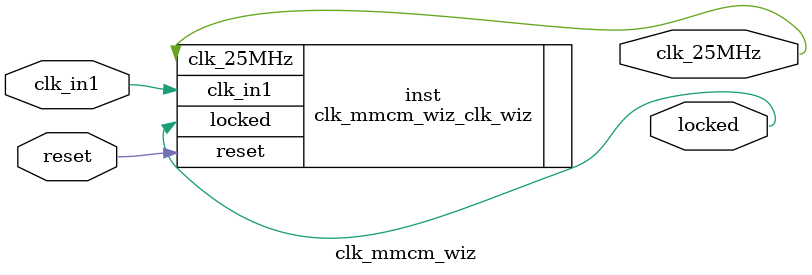
<source format=v>


`timescale 1ps/1ps

(* CORE_GENERATION_INFO = "clk_mmcm_wiz,clk_wiz_v6_0_8_0_0,{component_name=clk_mmcm_wiz,use_phase_alignment=true,use_min_o_jitter=false,use_max_i_jitter=false,use_dyn_phase_shift=false,use_inclk_switchover=false,use_dyn_reconfig=false,enable_axi=0,feedback_source=FDBK_AUTO,PRIMITIVE=MMCM,num_out_clk=1,clkin1_period=10.000,clkin2_period=10.000,use_power_down=false,use_reset=true,use_locked=true,use_inclk_stopped=false,feedback_type=SINGLE,CLOCK_MGR_TYPE=NA,manual_override=false}" *)

module clk_mmcm_wiz 
 (
  // Clock out ports
  output        clk_25MHz,
  // Status and control signals
  input         reset,
  output        locked,
 // Clock in ports
  input         clk_in1
 );

  clk_mmcm_wiz_clk_wiz inst
  (
  // Clock out ports  
  .clk_25MHz(clk_25MHz),
  // Status and control signals               
  .reset(reset), 
  .locked(locked),
 // Clock in ports
  .clk_in1(clk_in1)
  );

endmodule

</source>
